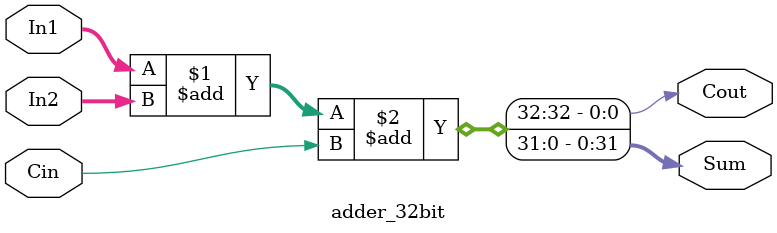
<source format=v>
module adder_32bit (Cout, Sum,In1,In2,Cin);
 input[0:31] In1,In2;
 input Cin;
 output Cout;
 output[0:31] Sum; 
 assign {Cout,Sum}=In1+In2+Cin;
endmodule


	
</source>
